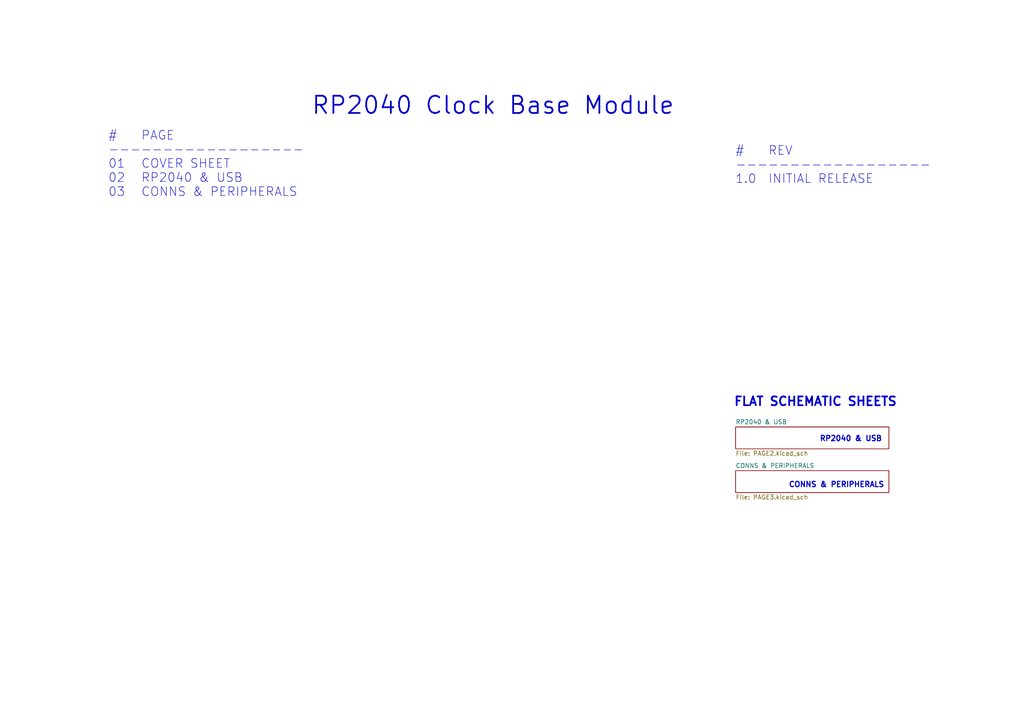
<source format=kicad_sch>
(kicad_sch (version 20230121) (generator eeschema)
  (paper "A4")
  (title_block (title "Cover Sheet") (date "2023-06-18") (rev "1.0"))
  (lib_symbols)
  (text "RP2040 & USB" (at 255.905 128.27 0) (effects (font (size 1.54 1.54) (thickness 0.308) bold) (justify right bottom)))
  (text "CONNS & PERIPHERALS" (at 256.54 141.605 0) (effects (font (size 1.54 1.54) (thickness 0.308) bold) (justify right bottom)))
  (text "RP2040 Clock Base Module" (at 90.17 33.655 0) (effects (font (size 5 5) (thickness 0.508) bold) (justify left bottom)))
  (text "FLAT SCHEMATIC SHEETS" (at 212.725 118.11 0) (effects (font (size 2.54 2.54) (thickness 0.508) bold) (justify left bottom)))
  (text "#	REV	\n------------------\n1.0	INITIAL RELEASE\n		" (at 213.2076 57.5818 0) (effects (font (size 2.54 2.54)) (justify left bottom)))
  (text "#	PAGE\n------------------\n01	COVER SHEET\n02	RP2040 & USB\n03	CONNS & PERIPHERALS" (at 31.3436 57.277 0) (effects (font (size 2.54 2.54)) (justify left bottom)))
  (sheet (at 213.36 123.825) (size 44.45 6.35) (stroke (width 0.1524))
    (property "Sheetname" "RP2040 & USB" (at 213.36 123.1134 0) (effects (justify left bottom)))
    (property "Sheetfile" "PAGE2.kicad_sch" (at 213.36 130.7596 0) (effects (justify left top)))
  )
  (sheet (at 213.36 136.525) (size 44.45 6.35) (stroke (width 0.1524))
    (property "Sheetname" "CONNS & PERIPHERALS" (at 213.36 135.8134 0) (effects (justify left bottom)))
    (property "Sheetfile" "PAGE3.kicad_sch" (at 213.36 143.4596 0) (effects (justify left top)))
  )
)
</source>
